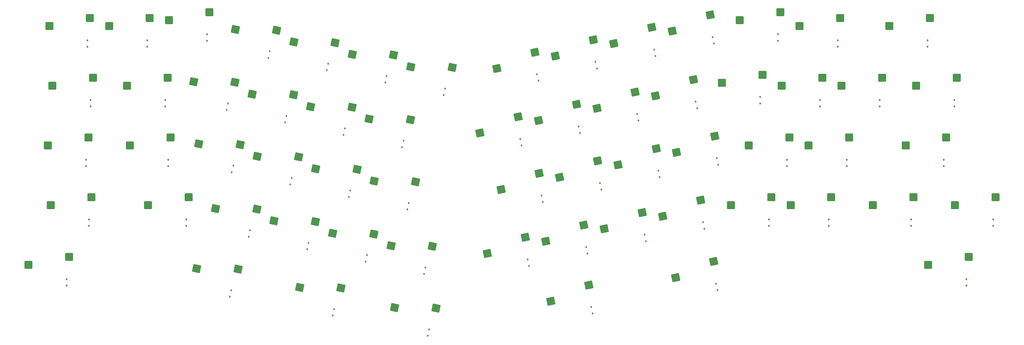
<source format=gbr>
%TF.GenerationSoftware,KiCad,Pcbnew,9.0.3*%
%TF.CreationDate,2025-08-01T16:02:48+05:00*%
%TF.ProjectId,Ayumu62,4179756d-7536-4322-9e6b-696361645f70,rev?*%
%TF.SameCoordinates,Original*%
%TF.FileFunction,Paste,Bot*%
%TF.FilePolarity,Positive*%
%FSLAX46Y46*%
G04 Gerber Fmt 4.6, Leading zero omitted, Abs format (unit mm)*
G04 Created by KiCad (PCBNEW 9.0.3) date 2025-08-01 16:02:48*
%MOMM*%
%LPD*%
G01*
G04 APERTURE LIST*
G04 Aperture macros list*
%AMRoundRect*
0 Rectangle with rounded corners*
0 $1 Rounding radius*
0 $2 $3 $4 $5 $6 $7 $8 $9 X,Y pos of 4 corners*
0 Add a 4 corners polygon primitive as box body*
4,1,4,$2,$3,$4,$5,$6,$7,$8,$9,$2,$3,0*
0 Add four circle primitives for the rounded corners*
1,1,$1+$1,$2,$3*
1,1,$1+$1,$4,$5*
1,1,$1+$1,$6,$7*
1,1,$1+$1,$8,$9*
0 Add four rect primitives between the rounded corners*
20,1,$1+$1,$2,$3,$4,$5,0*
20,1,$1+$1,$4,$5,$6,$7,0*
20,1,$1+$1,$6,$7,$8,$9,0*
20,1,$1+$1,$8,$9,$2,$3,0*%
G04 Aperture macros list end*
%ADD10RoundRect,0.250000X-0.794690X-1.191257X1.210513X-0.765038X0.794690X1.191257X-1.210513X0.765038X0*%
%ADD11RoundRect,0.250000X-1.025000X-1.000000X1.025000X-1.000000X1.025000X1.000000X-1.025000X1.000000X0*%
%ADD12RoundRect,0.250000X-1.210513X-0.765038X0.794690X-1.191257X1.210513X0.765038X-0.794690X1.191257X0*%
%ADD13RoundRect,0.112500X-0.112500X0.187500X-0.112500X-0.187500X0.112500X-0.187500X0.112500X0.187500X0*%
%ADD14RoundRect,0.112500X-0.149025X0.160013X-0.071058X-0.206793X0.149025X-0.160013X0.071058X0.206793X0*%
%ADD15RoundRect,0.112500X-0.071058X0.206793X-0.149025X-0.160013X0.071058X-0.206793X0.149025X0.160013X0*%
G04 APERTURE END LIST*
D10*
%TO.C,SW61*%
X246886131Y-174650759D03*
X259002547Y-169478590D03*
%TD*%
D11*
%TO.C,SW5*%
X326132500Y-86905600D03*
X339059500Y-84365600D03*
%TD*%
D12*
%TO.C,SW38*%
X140040920Y-145103251D03*
X153213530Y-145306430D03*
%TD*%
D10*
%TO.C,SW46*%
X248279431Y-96452159D03*
X260395847Y-91279990D03*
%TD*%
%TO.C,SW48*%
X285546931Y-88530759D03*
X297663347Y-83358590D03*
%TD*%
%TO.C,SW56*%
X286946531Y-127184459D03*
X299062947Y-122012290D03*
%TD*%
D12*
%TO.C,SW26*%
X146333020Y-88013851D03*
X159505630Y-88217030D03*
%TD*%
%TO.C,SW42*%
X166825820Y-170272151D03*
X179998430Y-170475330D03*
%TD*%
%TO.C,SW31*%
X151689120Y-108627951D03*
X164861730Y-108831130D03*
%TD*%
D11*
%TO.C,SW7*%
X301367500Y-105003100D03*
X314294500Y-102463100D03*
%TD*%
D10*
%TO.C,SW58*%
X245254631Y-155521959D03*
X257371047Y-150349790D03*
%TD*%
D12*
%TO.C,SW39*%
X158674620Y-149063951D03*
X171847230Y-149267130D03*
%TD*%
D11*
%TO.C,SW17*%
X359946300Y-125005600D03*
X372873300Y-122465600D03*
%TD*%
D10*
%TO.C,SW51*%
X261557031Y-113105559D03*
X273673447Y-107933390D03*
%TD*%
D11*
%TO.C,SW12*%
X363280000Y-105955600D03*
X376207000Y-103415600D03*
%TD*%
D10*
%TO.C,SW47*%
X266913231Y-92491459D03*
X279029647Y-87319290D03*
%TD*%
D12*
%TO.C,SW40*%
X177308320Y-153024651D03*
X190480930Y-153227830D03*
%TD*%
D11*
%TO.C,SW24*%
X80387500Y-163105600D03*
X93314500Y-160565600D03*
%TD*%
D10*
%TO.C,SW57*%
X226620931Y-159482659D03*
X238737347Y-154310490D03*
%TD*%
%TO.C,SW52*%
X280190731Y-109144859D03*
X292307147Y-103972690D03*
%TD*%
D11*
%TO.C,SW3*%
X87055000Y-86905600D03*
X99982000Y-84365600D03*
%TD*%
D12*
%TO.C,SW30*%
X133055420Y-104667251D03*
X146228030Y-104870430D03*
%TD*%
D10*
%TO.C,SW45*%
X229645731Y-100412959D03*
X241762147Y-95240790D03*
%TD*%
D11*
%TO.C,SW20*%
X304225000Y-144055600D03*
X317152000Y-141515600D03*
%TD*%
D10*
%TO.C,SW55*%
X268312831Y-131145159D03*
X280429247Y-125972990D03*
%TD*%
D12*
%TO.C,SW37*%
X190585920Y-136371351D03*
X203758530Y-136574530D03*
%TD*%
D10*
%TO.C,SW50*%
X242923331Y-117066259D03*
X255039747Y-111894090D03*
%TD*%
D12*
%TO.C,SW34*%
X134684820Y-124489151D03*
X147857430Y-124692330D03*
%TD*%
D11*
%TO.C,SW10*%
X320417500Y-105955600D03*
X333344500Y-103415600D03*
%TD*%
%TO.C,SW8*%
X88007500Y-105955600D03*
X100934500Y-103415600D03*
%TD*%
%TO.C,SW13*%
X86578800Y-125005600D03*
X99505800Y-122465600D03*
%TD*%
%TO.C,SW1*%
X125155000Y-85000600D03*
X138082000Y-82460600D03*
%TD*%
%TO.C,SW21*%
X323275000Y-144055600D03*
X336202000Y-141515600D03*
%TD*%
D12*
%TO.C,SW29*%
X202234120Y-99896051D03*
X215406730Y-100099230D03*
%TD*%
D11*
%TO.C,SW11*%
X339467500Y-105955600D03*
X352394500Y-103415600D03*
%TD*%
D12*
%TO.C,SW44*%
X134018820Y-164272551D03*
X147191430Y-164475730D03*
%TD*%
D11*
%TO.C,SW2*%
X307082500Y-85000600D03*
X320009500Y-82460600D03*
%TD*%
%TO.C,SW14*%
X112772500Y-125005600D03*
X125699500Y-122465600D03*
%TD*%
%TO.C,SW9*%
X111820000Y-105955600D03*
X124747000Y-103415600D03*
%TD*%
D10*
%TO.C,SW60*%
X282522131Y-147600459D03*
X294638547Y-142428290D03*
%TD*%
D12*
%TO.C,SW27*%
X164966720Y-91974651D03*
X178139330Y-92177830D03*
%TD*%
D10*
%TO.C,SW62*%
X286680831Y-167165859D03*
X298797247Y-161993690D03*
%TD*%
%TO.C,SW49*%
X224289631Y-121026959D03*
X236406047Y-115854790D03*
%TD*%
D12*
%TO.C,SW28*%
X183600420Y-95935351D03*
X196773030Y-96138530D03*
%TD*%
%TO.C,SW33*%
X188956520Y-116549351D03*
X202129130Y-116752530D03*
%TD*%
%TO.C,SW32*%
X170322820Y-112588651D03*
X183495430Y-112791830D03*
%TD*%
D11*
%TO.C,SW19*%
X118487500Y-144055600D03*
X131414500Y-141515600D03*
%TD*%
%TO.C,SW22*%
X349468800Y-144055600D03*
X362395800Y-141515600D03*
%TD*%
D12*
%TO.C,SW41*%
X195942120Y-156985351D03*
X209114730Y-157188530D03*
%TD*%
D11*
%TO.C,SW4*%
X106105000Y-86905600D03*
X119032000Y-84365600D03*
%TD*%
%TO.C,SW23*%
X375662500Y-144055600D03*
X388589500Y-141515600D03*
%TD*%
D12*
%TO.C,SW36*%
X171952220Y-132410651D03*
X185124830Y-132613830D03*
%TD*%
%TO.C,SW35*%
X153318520Y-128449851D03*
X166491130Y-128653030D03*
%TD*%
D11*
%TO.C,SW6*%
X354707500Y-86905600D03*
X367634500Y-84365600D03*
%TD*%
D10*
%TO.C,SW54*%
X249679131Y-135105859D03*
X261795547Y-129933690D03*
%TD*%
D11*
%TO.C,SW16*%
X328990000Y-125005600D03*
X341917000Y-122465600D03*
%TD*%
D12*
%TO.C,SW43*%
X197105620Y-176708351D03*
X210278230Y-176911530D03*
%TD*%
D11*
%TO.C,SW25*%
X367090000Y-163105600D03*
X380017000Y-160565600D03*
%TD*%
%TO.C,SW15*%
X309940000Y-125005600D03*
X322867000Y-122465600D03*
%TD*%
D10*
%TO.C,SW59*%
X263888331Y-151561159D03*
X276004747Y-146388990D03*
%TD*%
D11*
%TO.C,SW18*%
X87531300Y-144055600D03*
X100458300Y-141515600D03*
%TD*%
D10*
%TO.C,SW53*%
X231045431Y-139066559D03*
X243161847Y-133894390D03*
%TD*%
D13*
%TO.C,D16*%
X341155000Y-129525600D03*
X341155000Y-131625600D03*
%TD*%
%TO.C,D3*%
X99220000Y-91425600D03*
X99220000Y-93525600D03*
%TD*%
D14*
%TO.C,D49*%
X237128593Y-122918945D03*
X237565207Y-124973055D03*
%TD*%
D15*
%TO.C,D31*%
X162648507Y-115578445D03*
X162211893Y-117632555D03*
%TD*%
%TO.C,D33*%
X199915907Y-123499845D03*
X199479293Y-125553955D03*
%TD*%
D13*
%TO.C,D15*%
X322105000Y-129525600D03*
X322105000Y-131625600D03*
%TD*%
%TO.C,D5*%
X338297500Y-91425600D03*
X338297500Y-93525600D03*
%TD*%
D15*
%TO.C,D41*%
X206901507Y-163935845D03*
X206464893Y-165989955D03*
%TD*%
D13*
%TO.C,D1*%
X137320000Y-89520600D03*
X137320000Y-91620600D03*
%TD*%
D15*
%TO.C,D38*%
X151000307Y-152053745D03*
X150563693Y-154107855D03*
%TD*%
D13*
%TO.C,D6*%
X366872500Y-91425600D03*
X366872500Y-93525600D03*
%TD*%
D14*
%TO.C,D54*%
X262517993Y-136997845D03*
X262954607Y-139051955D03*
%TD*%
%TO.C,D61*%
X259725093Y-176542645D03*
X260161707Y-178596755D03*
%TD*%
D15*
%TO.C,D27*%
X175926107Y-98925045D03*
X175489493Y-100979155D03*
%TD*%
D13*
%TO.C,D14*%
X124937500Y-129525600D03*
X124937500Y-131625600D03*
%TD*%
%TO.C,D8*%
X100172500Y-110475600D03*
X100172500Y-112575600D03*
%TD*%
D15*
%TO.C,D43*%
X208065007Y-183658745D03*
X207628393Y-185712855D03*
%TD*%
D13*
%TO.C,D24*%
X92552500Y-167625600D03*
X92552500Y-169725600D03*
%TD*%
%TO.C,D19*%
X130652500Y-148575600D03*
X130652500Y-150675600D03*
%TD*%
D14*
%TO.C,D50*%
X255762293Y-118958245D03*
X256198907Y-121012355D03*
%TD*%
D15*
%TO.C,D30*%
X144014807Y-111617745D03*
X143578193Y-113671855D03*
%TD*%
%TO.C,D40*%
X188267807Y-159975145D03*
X187831193Y-162029255D03*
%TD*%
D13*
%TO.C,D12*%
X375445000Y-110475600D03*
X375445000Y-112575600D03*
%TD*%
D14*
%TO.C,D55*%
X281151793Y-133037145D03*
X281588407Y-135091255D03*
%TD*%
D15*
%TO.C,D34*%
X145644207Y-131439645D03*
X145207593Y-133493755D03*
%TD*%
%TO.C,D32*%
X181282207Y-119539145D03*
X180845593Y-121593255D03*
%TD*%
D13*
%TO.C,D4*%
X118270000Y-91425600D03*
X118270000Y-93525600D03*
%TD*%
D14*
%TO.C,D51*%
X274395993Y-114997545D03*
X274832607Y-117051655D03*
%TD*%
D13*
%TO.C,D23*%
X387827500Y-148575600D03*
X387827500Y-150675600D03*
%TD*%
%TO.C,D25*%
X379255000Y-167625600D03*
X379255000Y-169725600D03*
%TD*%
%TO.C,D20*%
X316390000Y-148575600D03*
X316390000Y-150675600D03*
%TD*%
%TO.C,D18*%
X99696300Y-148575600D03*
X99696300Y-150675600D03*
%TD*%
D15*
%TO.C,D28*%
X194559807Y-102885845D03*
X194123193Y-104939955D03*
%TD*%
D14*
%TO.C,D62*%
X299519793Y-169057845D03*
X299956407Y-171111955D03*
%TD*%
D15*
%TO.C,D36*%
X182911607Y-139361045D03*
X182474993Y-141415155D03*
%TD*%
D13*
%TO.C,D13*%
X98743800Y-129525600D03*
X98743800Y-131625600D03*
%TD*%
D14*
%TO.C,D45*%
X242484693Y-102304945D03*
X242921307Y-104359055D03*
%TD*%
D13*
%TO.C,D21*%
X335440000Y-148575600D03*
X335440000Y-150675600D03*
%TD*%
D14*
%TO.C,D53*%
X243884293Y-140958545D03*
X244320907Y-143012655D03*
%TD*%
%TO.C,D48*%
X298385793Y-90422745D03*
X298822407Y-92476855D03*
%TD*%
D13*
%TO.C,D9*%
X123985000Y-110475600D03*
X123985000Y-112575600D03*
%TD*%
D14*
%TO.C,D57*%
X239459893Y-161374645D03*
X239896507Y-163428755D03*
%TD*%
%TO.C,D56*%
X299785493Y-129076445D03*
X300222107Y-131130555D03*
%TD*%
D15*
%TO.C,D44*%
X144978207Y-171223045D03*
X144541593Y-173277155D03*
%TD*%
D13*
%TO.C,D11*%
X351632500Y-110475600D03*
X351632500Y-112575600D03*
%TD*%
%TO.C,D17*%
X372111300Y-129525600D03*
X372111300Y-131625600D03*
%TD*%
%TO.C,D2*%
X319247500Y-89520600D03*
X319247500Y-91620600D03*
%TD*%
D15*
%TO.C,D37*%
X201545307Y-143321845D03*
X201108693Y-145375955D03*
%TD*%
%TO.C,D39*%
X169634007Y-156014445D03*
X169197393Y-158068555D03*
%TD*%
%TO.C,D35*%
X164277907Y-135400345D03*
X163841293Y-137454455D03*
%TD*%
D14*
%TO.C,D58*%
X258093593Y-157413845D03*
X258530207Y-159467955D03*
%TD*%
D13*
%TO.C,D22*%
X361633800Y-148575600D03*
X361633800Y-150675600D03*
%TD*%
D14*
%TO.C,D52*%
X293029693Y-111036845D03*
X293466307Y-113090955D03*
%TD*%
%TO.C,D46*%
X261118393Y-98344145D03*
X261555007Y-100398255D03*
%TD*%
D15*
%TO.C,D29*%
X213193507Y-106846545D03*
X212756893Y-108900655D03*
%TD*%
D13*
%TO.C,D10*%
X332582500Y-110475600D03*
X332582500Y-112575600D03*
%TD*%
%TO.C,D7*%
X313532500Y-109523100D03*
X313532500Y-111623100D03*
%TD*%
D14*
%TO.C,D47*%
X279752093Y-94383445D03*
X280188707Y-96437555D03*
%TD*%
D15*
%TO.C,D42*%
X177785207Y-177222645D03*
X177348593Y-179276755D03*
%TD*%
D14*
%TO.C,D59*%
X276727293Y-153453145D03*
X277163907Y-155507255D03*
%TD*%
D15*
%TO.C,D26*%
X157292407Y-94964345D03*
X156855793Y-97018455D03*
%TD*%
D14*
%TO.C,D60*%
X295360993Y-149492445D03*
X295797607Y-151546555D03*
%TD*%
M02*

</source>
